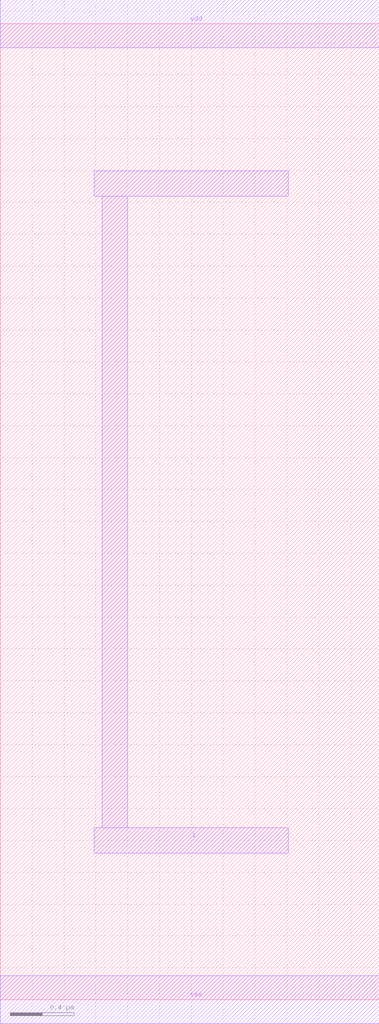
<source format=lef>
VERSION 5.7 ;
  NOWIREEXTENSIONATPIN ON ;
  DIVIDERCHAR "/" ;
  BUSBITCHARS "[]" ;
MACRO ANTENNA
  CLASS BLOCK ;
  FOREIGN ANTENNA ;
  ORIGIN 0.000 0.000 ;
  SIZE 2.380 BY 6.120 ;
  SYMMETRY X Y R90 ;
  PIN vss
    DIRECTION INOUT ;
    USE GROUND ;
    PORT
      LAYER Metal1 ;
        RECT 0.000 -0.150 2.380 0.150 ;
    END
  END vss
  PIN vdd
    DIRECTION INOUT ;
    USE POWER ;
    PORT
      LAYER Metal1 ;
        RECT 0.000 5.970 2.380 6.270 ;
    END
  END vdd
  PIN i
    DIRECTION INPUT ;
    USE SIGNAL ;
    ANTENNAGATEAREA 1.440450 ;
    ANTENNADIFFAREA 2.880900 ;
    PORT
      LAYER Metal1 ;
        RECT 0.590 5.040 1.810 5.200 ;
        RECT 0.640 1.080 0.800 5.040 ;
        RECT 0.590 0.920 1.810 1.080 ;
    END
  END i
END ANTENNA
END LIBRARY


</source>
